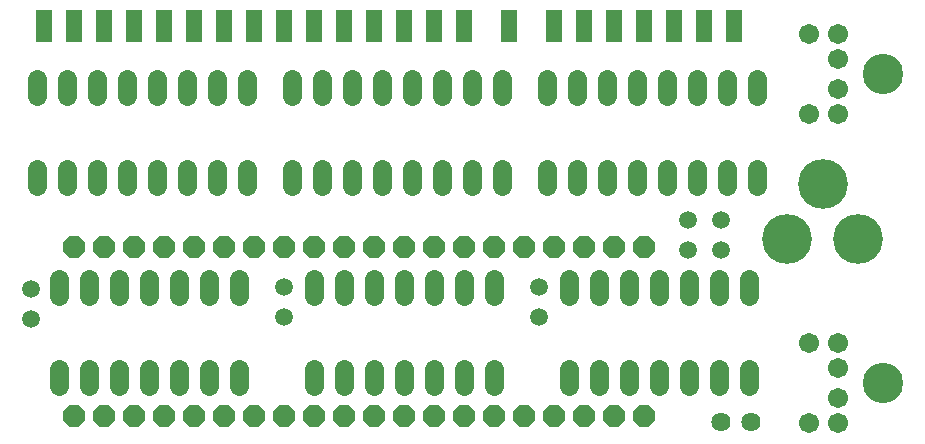
<source format=gts>
G75*
G70*
%OFA0B0*%
%FSLAX24Y24*%
%IPPOS*%
%LPD*%
%AMOC8*
5,1,8,0,0,1.08239X$1,22.5*
%
%ADD10OC8,0.0710*%
%ADD11R,0.0580X0.1080*%
%ADD12C,0.0640*%
%ADD13C,0.0596*%
%ADD14C,0.0674*%
%ADD15C,0.1346*%
%ADD16C,0.1660*%
%ADD17C,0.0640*%
D10*
X002151Y001806D03*
X003151Y001806D03*
X004151Y001806D03*
X005151Y001806D03*
X006151Y001806D03*
X007151Y001806D03*
X008151Y001806D03*
X009151Y001806D03*
X010151Y001806D03*
X011151Y001806D03*
X012151Y001806D03*
X013151Y001806D03*
X014151Y001806D03*
X015151Y001806D03*
X016151Y001806D03*
X017151Y001806D03*
X018151Y001806D03*
X019151Y001806D03*
X020151Y001806D03*
X021151Y001806D03*
X021151Y007456D03*
X020151Y007456D03*
X019151Y007456D03*
X018151Y007456D03*
X017151Y007456D03*
X016151Y007456D03*
X015151Y007456D03*
X014151Y007456D03*
X013151Y007456D03*
X012151Y007456D03*
X011151Y007456D03*
X010151Y007456D03*
X009151Y007456D03*
X008151Y007456D03*
X007151Y007456D03*
X006151Y007456D03*
X005151Y007456D03*
X004151Y007456D03*
X003151Y007456D03*
X002151Y007456D03*
D11*
X002151Y014806D03*
X001151Y014806D03*
X003151Y014806D03*
X004151Y014806D03*
X005151Y014806D03*
X006151Y014806D03*
X007151Y014806D03*
X008151Y014806D03*
X009151Y014806D03*
X010151Y014806D03*
X011151Y014806D03*
X012151Y014806D03*
X013151Y014806D03*
X014151Y014806D03*
X015151Y014806D03*
X016651Y014806D03*
X018151Y014806D03*
X019151Y014806D03*
X020151Y014806D03*
X021151Y014806D03*
X022151Y014806D03*
X023151Y014806D03*
X024151Y014806D03*
D12*
X023901Y013036D02*
X023901Y012476D01*
X022901Y012476D02*
X022901Y013036D01*
X021901Y013036D02*
X021901Y012476D01*
X020901Y012476D02*
X020901Y013036D01*
X019901Y013036D02*
X019901Y012476D01*
X018901Y012476D02*
X018901Y013036D01*
X017901Y013036D02*
X017901Y012476D01*
X016401Y012476D02*
X016401Y013036D01*
X015401Y013036D02*
X015401Y012476D01*
X014401Y012476D02*
X014401Y013036D01*
X013401Y013036D02*
X013401Y012476D01*
X012401Y012476D02*
X012401Y013036D01*
X011401Y013036D02*
X011401Y012476D01*
X010401Y012476D02*
X010401Y013036D01*
X009401Y013036D02*
X009401Y012476D01*
X007901Y012476D02*
X007901Y013036D01*
X006901Y013036D02*
X006901Y012476D01*
X005901Y012476D02*
X005901Y013036D01*
X004901Y013036D02*
X004901Y012476D01*
X003901Y012476D02*
X003901Y013036D01*
X002901Y013036D02*
X002901Y012476D01*
X001901Y012476D02*
X001901Y013036D01*
X000901Y013036D02*
X000901Y012476D01*
X000901Y010036D02*
X000901Y009476D01*
X001901Y009476D02*
X001901Y010036D01*
X002901Y010036D02*
X002901Y009476D01*
X003901Y009476D02*
X003901Y010036D01*
X004901Y010036D02*
X004901Y009476D01*
X005901Y009476D02*
X005901Y010036D01*
X006901Y010036D02*
X006901Y009476D01*
X007901Y009476D02*
X007901Y010036D01*
X009401Y010036D02*
X009401Y009476D01*
X010401Y009476D02*
X010401Y010036D01*
X011401Y010036D02*
X011401Y009476D01*
X012401Y009476D02*
X012401Y010036D01*
X013401Y010036D02*
X013401Y009476D01*
X014401Y009476D02*
X014401Y010036D01*
X015401Y010036D02*
X015401Y009476D01*
X016401Y009476D02*
X016401Y010036D01*
X017901Y010036D02*
X017901Y009476D01*
X018901Y009476D02*
X018901Y010036D01*
X019901Y010036D02*
X019901Y009476D01*
X020901Y009476D02*
X020901Y010036D01*
X021901Y010036D02*
X021901Y009476D01*
X022901Y009476D02*
X022901Y010036D01*
X023901Y010036D02*
X023901Y009476D01*
X024901Y009476D02*
X024901Y010036D01*
X024901Y012476D02*
X024901Y013036D01*
X024651Y006386D02*
X024651Y005826D01*
X023651Y005826D02*
X023651Y006386D01*
X022651Y006386D02*
X022651Y005826D01*
X021651Y005826D02*
X021651Y006386D01*
X020651Y006386D02*
X020651Y005826D01*
X019651Y005826D02*
X019651Y006386D01*
X018651Y006386D02*
X018651Y005826D01*
X016151Y005826D02*
X016151Y006386D01*
X015151Y006386D02*
X015151Y005826D01*
X014151Y005826D02*
X014151Y006386D01*
X013151Y006386D02*
X013151Y005826D01*
X012151Y005826D02*
X012151Y006386D01*
X011151Y006386D02*
X011151Y005826D01*
X010151Y005826D02*
X010151Y006386D01*
X007651Y006386D02*
X007651Y005826D01*
X006651Y005826D02*
X006651Y006386D01*
X005651Y006386D02*
X005651Y005826D01*
X004651Y005826D02*
X004651Y006386D01*
X003651Y006386D02*
X003651Y005826D01*
X002651Y005826D02*
X002651Y006386D01*
X001651Y006386D02*
X001651Y005826D01*
X001651Y003386D02*
X001651Y002826D01*
X002651Y002826D02*
X002651Y003386D01*
X003651Y003386D02*
X003651Y002826D01*
X004651Y002826D02*
X004651Y003386D01*
X005651Y003386D02*
X005651Y002826D01*
X006651Y002826D02*
X006651Y003386D01*
X007651Y003386D02*
X007651Y002826D01*
X010151Y002826D02*
X010151Y003386D01*
X011151Y003386D02*
X011151Y002826D01*
X012151Y002826D02*
X012151Y003386D01*
X013151Y003386D02*
X013151Y002826D01*
X014151Y002826D02*
X014151Y003386D01*
X015151Y003386D02*
X015151Y002826D01*
X016151Y002826D02*
X016151Y003386D01*
X018651Y003386D02*
X018651Y002826D01*
X019651Y002826D02*
X019651Y003386D01*
X020651Y003386D02*
X020651Y002826D01*
X021651Y002826D02*
X021651Y003386D01*
X022651Y003386D02*
X022651Y002826D01*
X023651Y002826D02*
X023651Y003386D01*
X024651Y003386D02*
X024651Y002826D01*
D13*
X017651Y005106D03*
X017651Y006106D03*
X022601Y007356D03*
X023701Y007356D03*
X023701Y008356D03*
X022601Y008356D03*
X009151Y006106D03*
X009151Y005106D03*
X000701Y005056D03*
X000701Y006056D03*
D14*
X026620Y004244D03*
X027605Y004244D03*
X027605Y003417D03*
X027605Y002394D03*
X027605Y001567D03*
X026620Y001567D03*
X026620Y011867D03*
X027605Y011867D03*
X027605Y012694D03*
X027605Y013717D03*
X027605Y014544D03*
X026620Y014544D03*
D15*
X029101Y013206D03*
X029101Y002906D03*
D16*
X028270Y007706D03*
X025907Y007706D03*
X027089Y009556D03*
D17*
X024701Y001606D03*
X023701Y001606D03*
M02*

</source>
